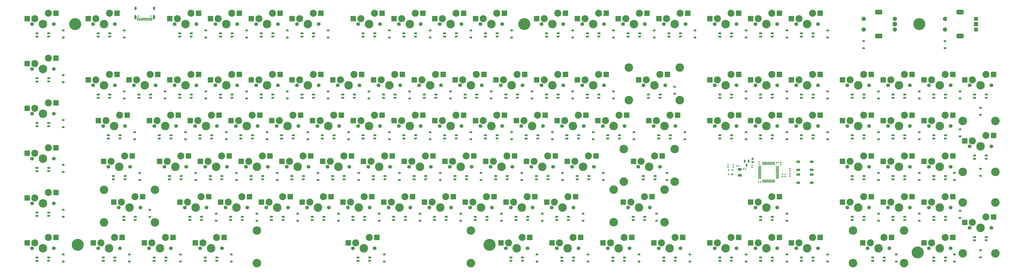
<source format=gbs>
%TF.GenerationSoftware,KiCad,Pcbnew,8.0.2*%
%TF.CreationDate,2024-07-25T18:57:39+02:00*%
%TF.ProjectId,micha_board,6d696368-615f-4626-9f61-72642e6b6963,rev?*%
%TF.SameCoordinates,Original*%
%TF.FileFunction,Soldermask,Bot*%
%TF.FilePolarity,Negative*%
%FSLAX46Y46*%
G04 Gerber Fmt 4.6, Leading zero omitted, Abs format (unit mm)*
G04 Created by KiCad (PCBNEW 8.0.2) date 2024-07-25 18:57:39*
%MOMM*%
%LPD*%
G01*
G04 APERTURE LIST*
G04 Aperture macros list*
%AMRoundRect*
0 Rectangle with rounded corners*
0 $1 Rounding radius*
0 $2 $3 $4 $5 $6 $7 $8 $9 X,Y pos of 4 corners*
0 Add a 4 corners polygon primitive as box body*
4,1,4,$2,$3,$4,$5,$6,$7,$8,$9,$2,$3,0*
0 Add four circle primitives for the rounded corners*
1,1,$1+$1,$2,$3*
1,1,$1+$1,$4,$5*
1,1,$1+$1,$6,$7*
1,1,$1+$1,$8,$9*
0 Add four rect primitives between the rounded corners*
20,1,$1+$1,$2,$3,$4,$5,0*
20,1,$1+$1,$4,$5,$6,$7,0*
20,1,$1+$1,$6,$7,$8,$9,0*
20,1,$1+$1,$8,$9,$2,$3,0*%
%AMFreePoly0*
4,1,18,-0.410000,0.593000,-0.403758,0.624380,-0.385983,0.650983,-0.359380,0.668758,-0.328000,0.675000,0.328000,0.675000,0.359380,0.668758,0.385983,0.650983,0.403758,0.624380,0.410000,0.593000,0.410000,-0.593000,0.403758,-0.624380,0.385983,-0.650983,0.359380,-0.668758,0.328000,-0.675000,0.000000,-0.675000,-0.410000,-0.265000,-0.410000,0.593000,-0.410000,0.593000,$1*%
G04 Aperture macros list end*
%ADD10C,5.600000*%
%ADD11C,2.000000*%
%ADD12RoundRect,0.500000X0.500000X0.500000X-0.500000X0.500000X-0.500000X-0.500000X0.500000X-0.500000X0*%
%ADD13RoundRect,0.550000X1.150000X0.550000X-1.150000X0.550000X-1.150000X-0.550000X1.150000X-0.550000X0*%
%ADD14C,4.000000*%
%ADD15C,3.987800*%
%ADD16RoundRect,0.225000X0.375000X-0.225000X0.375000X0.225000X-0.375000X0.225000X-0.375000X-0.225000X0*%
%ADD17RoundRect,0.082000X0.593000X-0.328000X0.593000X0.328000X-0.593000X0.328000X-0.593000X-0.328000X0*%
%ADD18FreePoly0,90.000000*%
%ADD19C,1.750000*%
%ADD20C,3.300000*%
%ADD21RoundRect,0.250000X1.025000X1.000000X-1.025000X1.000000X-1.025000X-1.000000X1.025000X-1.000000X0*%
%ADD22RoundRect,0.140000X0.140000X0.170000X-0.140000X0.170000X-0.140000X-0.170000X0.140000X-0.170000X0*%
%ADD23RoundRect,0.075000X0.662500X0.075000X-0.662500X0.075000X-0.662500X-0.075000X0.662500X-0.075000X0*%
%ADD24RoundRect,0.075000X0.075000X0.662500X-0.075000X0.662500X-0.075000X-0.662500X0.075000X-0.662500X0*%
%ADD25RoundRect,0.140000X0.170000X-0.140000X0.170000X0.140000X-0.170000X0.140000X-0.170000X-0.140000X0*%
%ADD26R,1.700000X1.000000*%
%ADD27RoundRect,0.175000X0.325000X-0.175000X0.325000X0.175000X-0.325000X0.175000X-0.325000X-0.175000X0*%
%ADD28RoundRect,0.150000X0.150000X-0.200000X0.150000X0.200000X-0.150000X0.200000X-0.150000X-0.200000X0*%
%ADD29RoundRect,0.140000X-0.140000X-0.170000X0.140000X-0.170000X0.140000X0.170000X-0.140000X0.170000X0*%
%ADD30RoundRect,0.150000X-0.150000X0.587500X-0.150000X-0.587500X0.150000X-0.587500X0.150000X0.587500X0*%
%ADD31RoundRect,0.135000X-0.185000X0.135000X-0.185000X-0.135000X0.185000X-0.135000X0.185000X0.135000X0*%
%ADD32RoundRect,0.140000X-0.170000X0.140000X-0.170000X-0.140000X0.170000X-0.140000X0.170000X0.140000X0*%
%ADD33RoundRect,0.250000X0.625000X-0.375000X0.625000X0.375000X-0.625000X0.375000X-0.625000X-0.375000X0*%
%ADD34RoundRect,0.135000X0.185000X-0.135000X0.185000X0.135000X-0.185000X0.135000X-0.185000X-0.135000X0*%
%ADD35C,0.650000*%
%ADD36R,0.600000X1.450000*%
%ADD37R,0.300000X1.450000*%
%ADD38O,1.000000X1.600000*%
%ADD39O,1.000000X2.100000*%
%ADD40RoundRect,0.225000X0.250000X-0.225000X0.250000X0.225000X-0.250000X0.225000X-0.250000X-0.225000X0*%
G04 APERTURE END LIST*
D10*
%TO.C,H6*%
X446881250Y-144859375D03*
%TD*%
%TO.C,H5*%
X246856250Y-141287500D03*
%TD*%
%TO.C,H4*%
X54371875Y-141287500D03*
%TD*%
%TO.C,H3*%
X447675000Y-38100000D03*
%TD*%
%TO.C,H2*%
X263128125Y-38100000D03*
%TD*%
%TO.C,H1*%
X53181250Y-38100000D03*
%TD*%
D11*
%TO.C,SW1*%
X436200000Y-40600000D03*
X436200000Y-35600000D03*
D12*
X436200000Y-38100000D03*
D13*
X428700000Y-43700000D03*
X428700000Y-32500000D03*
D11*
X421700000Y-35600000D03*
X421700000Y-40600000D03*
%TD*%
D14*
%TO.C,S1*%
X238125000Y-149860000D03*
D15*
X238125000Y-134620000D03*
D14*
X138112500Y-149860000D03*
D15*
X138112500Y-134620000D03*
%TD*%
D14*
%TO.C,S4*%
X328612500Y-130730625D03*
D15*
X328612500Y-115490625D03*
D14*
X304800000Y-130730625D03*
D15*
X304800000Y-115490625D03*
%TD*%
D14*
%TO.C,S3*%
X333375000Y-111760000D03*
D15*
X333375000Y-96520000D03*
D14*
X309562500Y-111760000D03*
D15*
X309562500Y-96520000D03*
%TD*%
D14*
%TO.C,S8*%
X335756250Y-73660000D03*
D15*
X335756250Y-58420000D03*
D14*
X311943750Y-73660000D03*
D15*
X311943750Y-58420000D03*
%TD*%
D14*
%TO.C,S2*%
X90487500Y-130810000D03*
D15*
X90487500Y-115570000D03*
D14*
X66675000Y-130810000D03*
D15*
X66675000Y-115570000D03*
%TD*%
D14*
%TO.C,S6*%
X483235000Y-121443750D03*
D15*
X467995000Y-121443750D03*
D14*
X483235000Y-145256250D03*
D15*
X467995000Y-145256250D03*
%TD*%
D14*
%TO.C,S5*%
X440531250Y-149860000D03*
D15*
X440531250Y-134620000D03*
D14*
X416718750Y-149860000D03*
D15*
X416718750Y-134620000D03*
%TD*%
D14*
%TO.C,S7*%
X483235000Y-83343750D03*
D15*
X467995000Y-83343750D03*
D14*
X483235000Y-107156250D03*
D15*
X467995000Y-107156250D03*
%TD*%
D11*
%TO.C,SW2*%
X474200000Y-40600000D03*
X474200000Y-35600000D03*
D12*
X474200000Y-38100000D03*
D13*
X466700000Y-43700000D03*
X466700000Y-32500000D03*
D11*
X459700000Y-35600000D03*
X459700000Y-40600000D03*
%TD*%
D16*
%TO.C,D73*%
X280962500Y-110975000D03*
X280962500Y-107675000D03*
%TD*%
D17*
%TO.C,LED66*%
X135387500Y-109105000D03*
X135387500Y-110605000D03*
X140837500Y-109105000D03*
D18*
X140837500Y-110605000D03*
%TD*%
D16*
%TO.C,D106*%
X366687500Y-149075000D03*
X366687500Y-145775000D03*
%TD*%
%TO.C,D61*%
X476300000Y-109050000D03*
X476300000Y-105750000D03*
%TD*%
%TO.C,D80*%
X88081250Y-128253125D03*
X88081250Y-124953125D03*
%TD*%
D17*
%TO.C,LED34*%
X373512500Y-71005000D03*
X373512500Y-72505000D03*
X378962500Y-71005000D03*
D18*
X378962500Y-72505000D03*
%TD*%
D17*
%TO.C,LED18*%
X35375000Y-63385000D03*
X35375000Y-64885000D03*
X40825000Y-63385000D03*
D18*
X40825000Y-64885000D03*
%TD*%
D16*
%TO.C,D99*%
X102368750Y-149075000D03*
X102368750Y-145775000D03*
%TD*%
D19*
%TO.C,MX1*%
X43180000Y-38100000D03*
D15*
X38100000Y-38100000D03*
D19*
X33020000Y-38100000D03*
D20*
X34290000Y-35560000D03*
D21*
X30740000Y-35560000D03*
X44190000Y-33020000D03*
D20*
X40640000Y-33020000D03*
%TD*%
D17*
%TO.C,LED68*%
X173487500Y-109105000D03*
X173487500Y-110605000D03*
X178937500Y-109105000D03*
D18*
X178937500Y-110605000D03*
%TD*%
D19*
%TO.C,MX16*%
X381317500Y-38100000D03*
D15*
X376237500Y-38100000D03*
D19*
X371157500Y-38100000D03*
D20*
X372427500Y-35560000D03*
D21*
X368877500Y-35560000D03*
X382327500Y-33020000D03*
D20*
X378777500Y-33020000D03*
%TD*%
D16*
%TO.C,D51*%
X276200000Y-91925000D03*
X276200000Y-88625000D03*
%TD*%
D19*
%TO.C,MX66*%
X143192500Y-104775000D03*
D15*
X138112500Y-104775000D03*
D19*
X133032500Y-104775000D03*
D20*
X134302500Y-102235000D03*
D21*
X130752500Y-102235000D03*
X144202500Y-99695000D03*
D20*
X140652500Y-99695000D03*
%TD*%
D16*
%TO.C,D41*%
X80937500Y-91925000D03*
X80937500Y-88625000D03*
%TD*%
D17*
%TO.C,LED77*%
X435425000Y-109105000D03*
X435425000Y-110605000D03*
X440875000Y-109105000D03*
D18*
X440875000Y-110605000D03*
%TD*%
D16*
%TO.C,D24*%
X171425000Y-72875000D03*
X171425000Y-69575000D03*
%TD*%
D17*
%TO.C,LED33*%
X354462500Y-71005000D03*
X354462500Y-72505000D03*
X359912500Y-71005000D03*
D18*
X359912500Y-72505000D03*
%TD*%
D22*
%TO.C,C4*%
X373473750Y-111850000D03*
X372513750Y-111850000D03*
%TD*%
D23*
%TO.C,U1*%
X381406250Y-104600000D03*
X381406250Y-105100000D03*
X381406250Y-105600000D03*
X381406250Y-106100000D03*
X381406250Y-106600000D03*
X381406250Y-107100000D03*
X381406250Y-107600000D03*
X381406250Y-108100000D03*
X381406250Y-108600000D03*
X381406250Y-109100000D03*
X381406250Y-109600000D03*
X381406250Y-110100000D03*
D24*
X379993750Y-111512500D03*
X379493750Y-111512500D03*
X378993750Y-111512500D03*
X378493750Y-111512500D03*
X377993750Y-111512500D03*
X377493750Y-111512500D03*
X376993750Y-111512500D03*
X376493750Y-111512500D03*
X375993750Y-111512500D03*
X375493750Y-111512500D03*
X374993750Y-111512500D03*
X374493750Y-111512500D03*
D23*
X373081250Y-110100000D03*
X373081250Y-109600000D03*
X373081250Y-109100000D03*
X373081250Y-108600000D03*
X373081250Y-108100000D03*
X373081250Y-107600000D03*
X373081250Y-107100000D03*
X373081250Y-106600000D03*
X373081250Y-106100000D03*
X373081250Y-105600000D03*
X373081250Y-105100000D03*
X373081250Y-104600000D03*
D24*
X374493750Y-103187500D03*
X374993750Y-103187500D03*
X375493750Y-103187500D03*
X375993750Y-103187500D03*
X376493750Y-103187500D03*
X376993750Y-103187500D03*
X377493750Y-103187500D03*
X377993750Y-103187500D03*
X378493750Y-103187500D03*
X378993750Y-103187500D03*
X379493750Y-103187500D03*
X379993750Y-103187500D03*
%TD*%
D16*
%TO.C,D39*%
X476300000Y-80475000D03*
X476300000Y-77175000D03*
%TD*%
D19*
%TO.C,MX51*%
X271780000Y-85725000D03*
D15*
X266700000Y-85725000D03*
D19*
X261620000Y-85725000D03*
D20*
X262890000Y-83185000D03*
D21*
X259340000Y-83185000D03*
X272790000Y-80645000D03*
D20*
X269240000Y-80645000D03*
%TD*%
D19*
%TO.C,MX99*%
X97948750Y-142875000D03*
D15*
X92868750Y-142875000D03*
D19*
X87788750Y-142875000D03*
D20*
X89058750Y-140335000D03*
D21*
X85508750Y-140335000D03*
X98958750Y-137795000D03*
D20*
X95408750Y-137795000D03*
%TD*%
D19*
%TO.C,MX46*%
X176530000Y-85725000D03*
D15*
X171450000Y-85725000D03*
D19*
X166370000Y-85725000D03*
D20*
X167640000Y-83185000D03*
D21*
X164090000Y-83185000D03*
X177540000Y-80645000D03*
D20*
X173990000Y-80645000D03*
%TD*%
D16*
%TO.C,D102*%
X269056250Y-149075000D03*
X269056250Y-145775000D03*
%TD*%
%TO.C,D40*%
X47600000Y-86210000D03*
X47600000Y-82910000D03*
%TD*%
D17*
%TO.C,LED29*%
X254450000Y-71005000D03*
X254450000Y-72505000D03*
X259900000Y-71005000D03*
D18*
X259900000Y-72505000D03*
%TD*%
D16*
%TO.C,D81*%
X119037500Y-130025000D03*
X119037500Y-126725000D03*
%TD*%
D19*
%TO.C,MX109*%
X433705000Y-142875000D03*
D15*
X428625000Y-142875000D03*
D19*
X423545000Y-142875000D03*
D20*
X424815000Y-140335000D03*
D21*
X421265000Y-140335000D03*
X434715000Y-137795000D03*
D20*
X431165000Y-137795000D03*
%TD*%
D19*
%TO.C,MX104*%
X312261250Y-142875000D03*
D15*
X307181250Y-142875000D03*
D19*
X302101250Y-142875000D03*
D20*
X303371250Y-140335000D03*
D21*
X299821250Y-140335000D03*
X313271250Y-137795000D03*
D20*
X309721250Y-137795000D03*
%TD*%
D17*
%TO.C,LED27*%
X216350000Y-71005000D03*
X216350000Y-72505000D03*
X221800000Y-71005000D03*
D18*
X221800000Y-72505000D03*
%TD*%
D19*
%TO.C,MX101*%
X193198750Y-142875000D03*
D15*
X188118750Y-142875000D03*
D19*
X183038750Y-142875000D03*
D20*
X184308750Y-140335000D03*
D21*
X180758750Y-140335000D03*
X194208750Y-137795000D03*
D20*
X190658750Y-137795000D03*
%TD*%
D17*
%TO.C,LED17*%
X392562500Y-42430000D03*
X392562500Y-43930000D03*
X398012500Y-42430000D03*
D18*
X398012500Y-43930000D03*
%TD*%
D16*
%TO.C,D52*%
X295250000Y-91925000D03*
X295250000Y-88625000D03*
%TD*%
D19*
%TO.C,MX31*%
X300355000Y-66675000D03*
D15*
X295275000Y-66675000D03*
D19*
X290195000Y-66675000D03*
D20*
X291465000Y-64135000D03*
D21*
X287915000Y-64135000D03*
X301365000Y-61595000D03*
D20*
X297815000Y-61595000D03*
%TD*%
D16*
%TO.C,D58*%
X428600000Y-91925000D03*
X428600000Y-88625000D03*
%TD*%
D19*
%TO.C,MX103*%
X288448750Y-142875000D03*
D15*
X283368750Y-142875000D03*
D19*
X278288750Y-142875000D03*
D20*
X279558750Y-140335000D03*
D21*
X276008750Y-140335000D03*
X289458750Y-137795000D03*
D20*
X285908750Y-137795000D03*
%TD*%
D17*
%TO.C,LED30*%
X273500000Y-71005000D03*
X273500000Y-72505000D03*
X278950000Y-71005000D03*
D18*
X278950000Y-72505000D03*
%TD*%
D19*
%TO.C,MX98*%
X74136250Y-142875000D03*
D15*
X69056250Y-142875000D03*
D19*
X63976250Y-142875000D03*
D20*
X65246250Y-140335000D03*
D21*
X61696250Y-140335000D03*
X75146250Y-137795000D03*
D20*
X71596250Y-137795000D03*
%TD*%
D19*
%TO.C,MX61*%
X481330000Y-95250000D03*
D15*
X476250000Y-95250000D03*
D19*
X471170000Y-95250000D03*
D20*
X472440000Y-92710000D03*
D21*
X468890000Y-92710000D03*
X482340000Y-90170000D03*
D20*
X478790000Y-90170000D03*
%TD*%
D19*
%TO.C,MX12*%
X300355000Y-38100000D03*
D15*
X295275000Y-38100000D03*
D19*
X290195000Y-38100000D03*
D20*
X291465000Y-35560000D03*
D21*
X287915000Y-35560000D03*
X301365000Y-33020000D03*
D20*
X297815000Y-33020000D03*
%TD*%
D19*
%TO.C,MX100*%
X121761250Y-142875000D03*
D15*
X116681250Y-142875000D03*
D19*
X111601250Y-142875000D03*
D20*
X112871250Y-140335000D03*
D21*
X109321250Y-140335000D03*
X122771250Y-137795000D03*
D20*
X119221250Y-137795000D03*
%TD*%
D19*
%TO.C,MX40*%
X43180000Y-80010000D03*
D15*
X38100000Y-80010000D03*
D19*
X33020000Y-80010000D03*
D20*
X34290000Y-77470000D03*
D21*
X30740000Y-77470000D03*
X44190000Y-74930000D03*
D20*
X40640000Y-74930000D03*
%TD*%
D16*
%TO.C,D94*%
X447650000Y-130025000D03*
X447650000Y-126725000D03*
%TD*%
D25*
%TO.C,C3*%
X372743750Y-103580000D03*
X372743750Y-102620000D03*
%TD*%
D17*
%TO.C,LED38*%
X454475000Y-71005000D03*
X454475000Y-72505000D03*
X459925000Y-71005000D03*
D18*
X459925000Y-72505000D03*
%TD*%
D19*
%TO.C,MX50*%
X252730000Y-85725000D03*
D15*
X247650000Y-85725000D03*
D19*
X242570000Y-85725000D03*
D20*
X243840000Y-83185000D03*
D21*
X240290000Y-83185000D03*
X253740000Y-80645000D03*
D20*
X250190000Y-80645000D03*
%TD*%
D19*
%TO.C,MX106*%
X362267500Y-142875000D03*
D15*
X357187500Y-142875000D03*
D19*
X352107500Y-142875000D03*
D20*
X353377500Y-140335000D03*
D21*
X349827500Y-140335000D03*
X363277500Y-137795000D03*
D20*
X359727500Y-137795000D03*
%TD*%
D16*
%TO.C,D54*%
X338112500Y-91925000D03*
X338112500Y-88625000D03*
%TD*%
%TO.C,D57*%
X404787500Y-91925000D03*
X404787500Y-88625000D03*
%TD*%
%TO.C,D28*%
X247625000Y-72875000D03*
X247625000Y-69575000D03*
%TD*%
%TO.C,D93*%
X428600000Y-130025000D03*
X428600000Y-126725000D03*
%TD*%
%TO.C,D66*%
X147612500Y-110975000D03*
X147612500Y-107675000D03*
%TD*%
D19*
%TO.C,MX87*%
X228917500Y-123825000D03*
D15*
X223837500Y-123825000D03*
D19*
X218757500Y-123825000D03*
D20*
X220027500Y-121285000D03*
D21*
X216477500Y-121285000D03*
X229927500Y-118745000D03*
D20*
X226377500Y-118745000D03*
%TD*%
D17*
%TO.C,LED2*%
X63950000Y-42430000D03*
X63950000Y-43930000D03*
X69400000Y-42430000D03*
D18*
X69400000Y-43930000D03*
%TD*%
D19*
%TO.C,MX71*%
X238442500Y-104775000D03*
D15*
X233362500Y-104775000D03*
D19*
X228282500Y-104775000D03*
D20*
X229552500Y-102235000D03*
D21*
X226002500Y-102235000D03*
X239452500Y-99695000D03*
D20*
X235902500Y-99695000D03*
%TD*%
D16*
%TO.C,D16*%
X385737500Y-44300000D03*
X385737500Y-41000000D03*
%TD*%
D19*
%TO.C,MX39*%
X481330000Y-66675000D03*
D15*
X476250000Y-66675000D03*
D19*
X471170000Y-66675000D03*
D20*
X472440000Y-64135000D03*
D21*
X468890000Y-64135000D03*
X482340000Y-61595000D03*
D20*
X478790000Y-61595000D03*
%TD*%
D16*
%TO.C,D60*%
X466725000Y-90550000D03*
X466725000Y-87250000D03*
%TD*%
D26*
%TO.C,BOOT1*%
X391093750Y-106250000D03*
X397393750Y-106250000D03*
X391093750Y-102450000D03*
X397393750Y-102450000D03*
%TD*%
D17*
%TO.C,LED67*%
X154437500Y-109105000D03*
X154437500Y-110605000D03*
X159887500Y-109105000D03*
D18*
X159887500Y-110605000D03*
%TD*%
D17*
%TO.C,LED43*%
X111575000Y-90055000D03*
X111575000Y-91555000D03*
X117025000Y-90055000D03*
D18*
X117025000Y-91555000D03*
%TD*%
D16*
%TO.C,D5*%
X152375000Y-44300000D03*
X152375000Y-41000000D03*
%TD*%
D19*
%TO.C,MX4*%
X128905000Y-38100000D03*
D15*
X123825000Y-38100000D03*
D19*
X118745000Y-38100000D03*
D20*
X120015000Y-35560000D03*
D21*
X116465000Y-35560000D03*
X129915000Y-33020000D03*
D20*
X126365000Y-33020000D03*
%TD*%
D17*
%TO.C,LED44*%
X130625000Y-90055000D03*
X130625000Y-91555000D03*
X136075000Y-90055000D03*
D18*
X136075000Y-91555000D03*
%TD*%
D19*
%TO.C,MX108*%
X400367500Y-142875000D03*
D15*
X395287500Y-142875000D03*
D19*
X390207500Y-142875000D03*
D20*
X391477500Y-140335000D03*
D21*
X387927500Y-140335000D03*
X401377500Y-137795000D03*
D20*
X397827500Y-137795000D03*
%TD*%
D16*
%TO.C,D21*%
X114275000Y-72875000D03*
X114275000Y-69575000D03*
%TD*%
D17*
%TO.C,LED110*%
X454475000Y-147205000D03*
X454475000Y-148705000D03*
X459925000Y-147205000D03*
D18*
X459925000Y-148705000D03*
%TD*%
D16*
%TO.C,D29*%
X266675000Y-72875000D03*
X266675000Y-69575000D03*
%TD*%
%TO.C,D36*%
X428600000Y-72875000D03*
X428600000Y-69575000D03*
%TD*%
D17*
%TO.C,LED28*%
X235400000Y-71005000D03*
X235400000Y-72505000D03*
X240850000Y-71005000D03*
D18*
X240850000Y-72505000D03*
%TD*%
D19*
%TO.C,MX11*%
X281305000Y-38100000D03*
D15*
X276225000Y-38100000D03*
D19*
X271145000Y-38100000D03*
D20*
X272415000Y-35560000D03*
D21*
X268865000Y-35560000D03*
X282315000Y-33020000D03*
D20*
X278765000Y-33020000D03*
%TD*%
D17*
%TO.C,LED20*%
X83000000Y-71005000D03*
X83000000Y-72505000D03*
X88450000Y-71005000D03*
D18*
X88450000Y-72505000D03*
%TD*%
D17*
%TO.C,LED31*%
X292550000Y-71005000D03*
X292550000Y-72505000D03*
X298000000Y-71005000D03*
D18*
X298000000Y-72505000D03*
%TD*%
D27*
%TO.C,U2*%
X360243750Y-108350000D03*
D28*
X358543750Y-108350000D03*
X358543750Y-106350000D03*
X360443750Y-106350000D03*
%TD*%
D29*
%TO.C,C5*%
X381013750Y-102850000D03*
X381973750Y-102850000D03*
%TD*%
D17*
%TO.C,LED3*%
X102050000Y-42430000D03*
X102050000Y-43930000D03*
X107500000Y-42430000D03*
D18*
X107500000Y-43930000D03*
%TD*%
D19*
%TO.C,MX21*%
X109855000Y-66675000D03*
D15*
X104775000Y-66675000D03*
D19*
X99695000Y-66675000D03*
D20*
X100965000Y-64135000D03*
D21*
X97415000Y-64135000D03*
X110865000Y-61595000D03*
D20*
X107315000Y-61595000D03*
%TD*%
D17*
%TO.C,LED96*%
X473525000Y-137680000D03*
X473525000Y-139180000D03*
X478975000Y-137680000D03*
D18*
X478975000Y-139180000D03*
%TD*%
D19*
%TO.C,MX75*%
X326548750Y-104775000D03*
D15*
X321468750Y-104775000D03*
D19*
X316388750Y-104775000D03*
D20*
X317658750Y-102235000D03*
D21*
X314108750Y-102235000D03*
X327558750Y-99695000D03*
D20*
X324008750Y-99695000D03*
%TD*%
D17*
%TO.C,LED5*%
X140150000Y-42430000D03*
X140150000Y-43930000D03*
X145600000Y-42430000D03*
D18*
X145600000Y-43930000D03*
%TD*%
D17*
%TO.C,LED58*%
X416375000Y-90055000D03*
X416375000Y-91555000D03*
X421825000Y-90055000D03*
D18*
X421825000Y-91555000D03*
%TD*%
D16*
%TO.C,D33*%
X366687500Y-72875000D03*
X366687500Y-69575000D03*
%TD*%
D17*
%TO.C,LED99*%
X90143750Y-147205000D03*
X90143750Y-148705000D03*
X95593750Y-147205000D03*
D18*
X95593750Y-148705000D03*
%TD*%
D19*
%TO.C,MX7*%
X195580000Y-38100000D03*
D15*
X190500000Y-38100000D03*
D19*
X185420000Y-38100000D03*
D20*
X186690000Y-35560000D03*
D21*
X183140000Y-35560000D03*
X196590000Y-33020000D03*
D20*
X193040000Y-33020000D03*
%TD*%
D16*
%TO.C,D69*%
X204762500Y-110975000D03*
X204762500Y-107675000D03*
%TD*%
D19*
%TO.C,MX35*%
X400367500Y-66675000D03*
D15*
X395287500Y-66675000D03*
D19*
X390207500Y-66675000D03*
D20*
X391477500Y-64135000D03*
D21*
X387927500Y-64135000D03*
X401377500Y-61595000D03*
D20*
X397827500Y-61595000D03*
%TD*%
D16*
%TO.C,D98*%
X78556250Y-149075000D03*
X78556250Y-145775000D03*
%TD*%
%TO.C,D42*%
X104750000Y-91925000D03*
X104750000Y-88625000D03*
%TD*%
D19*
%TO.C,MX82*%
X133667500Y-123825000D03*
D15*
X128587500Y-123825000D03*
D19*
X123507500Y-123825000D03*
D20*
X124777500Y-121285000D03*
D21*
X121227500Y-121285000D03*
X134677500Y-118745000D03*
D20*
X131127500Y-118745000D03*
%TD*%
D19*
%TO.C,MX53*%
X309880000Y-85725000D03*
D15*
X304800000Y-85725000D03*
D19*
X299720000Y-85725000D03*
D20*
X300990000Y-83185000D03*
D21*
X297440000Y-83185000D03*
X310890000Y-80645000D03*
D20*
X307340000Y-80645000D03*
%TD*%
D17*
%TO.C,LED59*%
X435425000Y-90055000D03*
X435425000Y-91555000D03*
X440875000Y-90055000D03*
D18*
X440875000Y-91555000D03*
%TD*%
D17*
%TO.C,LED32*%
X321125000Y-71005000D03*
X321125000Y-72505000D03*
X326575000Y-71005000D03*
D18*
X326575000Y-72505000D03*
%TD*%
D16*
%TO.C,D4*%
X133325000Y-44300000D03*
X133325000Y-41000000D03*
%TD*%
D17*
%TO.C,LED107*%
X373512500Y-147205000D03*
X373512500Y-148705000D03*
X378962500Y-147205000D03*
D18*
X378962500Y-148705000D03*
%TD*%
D17*
%TO.C,LED91*%
X313981250Y-128155000D03*
X313981250Y-129655000D03*
X319431250Y-128155000D03*
D18*
X319431250Y-129655000D03*
%TD*%
D19*
%TO.C,MX81*%
X114617500Y-123825000D03*
D15*
X109537500Y-123825000D03*
D19*
X104457500Y-123825000D03*
D20*
X105727500Y-121285000D03*
D21*
X102177500Y-121285000D03*
X115627500Y-118745000D03*
D20*
X112077500Y-118745000D03*
%TD*%
D16*
%TO.C,D79*%
X47600000Y-128120000D03*
X47600000Y-124820000D03*
%TD*%
D17*
%TO.C,LED24*%
X159200000Y-71005000D03*
X159200000Y-72505000D03*
X164650000Y-71005000D03*
D18*
X164650000Y-72505000D03*
%TD*%
D19*
%TO.C,MX17*%
X400367500Y-38100000D03*
D15*
X395287500Y-38100000D03*
D19*
X390207500Y-38100000D03*
D20*
X391477500Y-35560000D03*
D21*
X387927500Y-35560000D03*
X401377500Y-33020000D03*
D20*
X397827500Y-33020000D03*
%TD*%
D19*
%TO.C,MX23*%
X147955000Y-66675000D03*
D15*
X142875000Y-66675000D03*
D19*
X137795000Y-66675000D03*
D20*
X139065000Y-64135000D03*
D21*
X135515000Y-64135000D03*
X148965000Y-61595000D03*
D20*
X145415000Y-61595000D03*
%TD*%
D19*
%TO.C,MX59*%
X443230000Y-85725000D03*
D15*
X438150000Y-85725000D03*
D19*
X433070000Y-85725000D03*
D20*
X434340000Y-83185000D03*
D21*
X430790000Y-83185000D03*
X444240000Y-80645000D03*
D20*
X440690000Y-80645000D03*
%TD*%
D16*
%TO.C,D3*%
X114275000Y-44300000D03*
X114275000Y-41000000D03*
%TD*%
D17*
%TO.C,LED82*%
X125862500Y-128155000D03*
X125862500Y-129655000D03*
X131312500Y-128155000D03*
D18*
X131312500Y-129655000D03*
%TD*%
D16*
%TO.C,D78*%
X464100000Y-110975000D03*
X464100000Y-107675000D03*
%TD*%
%TO.C,D15*%
X366687500Y-44300000D03*
X366687500Y-41000000D03*
%TD*%
D17*
%TO.C,LED56*%
X373512500Y-90055000D03*
X373512500Y-91555000D03*
X378962500Y-90055000D03*
D18*
X378962500Y-91555000D03*
%TD*%
D16*
%TO.C,D32*%
X333375000Y-70706250D03*
X333375000Y-67406250D03*
%TD*%
%TO.C,D46*%
X180950000Y-91925000D03*
X180950000Y-88625000D03*
%TD*%
%TO.C,D20*%
X95225000Y-72875000D03*
X95225000Y-69575000D03*
%TD*%
%TO.C,D48*%
X219050000Y-91925000D03*
X219050000Y-88625000D03*
%TD*%
%TO.C,D105*%
X340493750Y-149075000D03*
X340493750Y-145775000D03*
%TD*%
%TO.C,D23*%
X152375000Y-72875000D03*
X152375000Y-69575000D03*
%TD*%
D19*
%TO.C,MX62*%
X43180000Y-100965000D03*
D15*
X38100000Y-100965000D03*
D19*
X33020000Y-100965000D03*
D20*
X34290000Y-98425000D03*
D21*
X30740000Y-98425000D03*
X44190000Y-95885000D03*
D20*
X40640000Y-95885000D03*
%TD*%
D19*
%TO.C,MX30*%
X281305000Y-66675000D03*
D15*
X276225000Y-66675000D03*
D19*
X271145000Y-66675000D03*
D20*
X272415000Y-64135000D03*
D21*
X268865000Y-64135000D03*
X282315000Y-61595000D03*
D20*
X278765000Y-61595000D03*
%TD*%
D19*
%TO.C,MX80*%
X83661250Y-123825000D03*
D15*
X78581250Y-123825000D03*
D19*
X73501250Y-123825000D03*
D20*
X74771250Y-121285000D03*
D21*
X71221250Y-121285000D03*
X84671250Y-118745000D03*
D20*
X81121250Y-118745000D03*
%TD*%
D17*
%TO.C,LED97*%
X35375000Y-147205000D03*
X35375000Y-148705000D03*
X40825000Y-147205000D03*
D18*
X40825000Y-148705000D03*
%TD*%
D19*
%TO.C,MX26*%
X205105000Y-66675000D03*
D15*
X200025000Y-66675000D03*
D19*
X194945000Y-66675000D03*
D20*
X196215000Y-64135000D03*
D21*
X192665000Y-64135000D03*
X206115000Y-61595000D03*
D20*
X202565000Y-61595000D03*
%TD*%
D26*
%TO.C,RST1*%
X397393750Y-108450000D03*
X391093750Y-108450000D03*
X397393750Y-112250000D03*
X391093750Y-112250000D03*
%TD*%
D16*
%TO.C,D50*%
X257150000Y-91925000D03*
X257150000Y-88625000D03*
%TD*%
%TO.C,D95*%
X466700000Y-128650000D03*
X466700000Y-125350000D03*
%TD*%
D17*
%TO.C,LED76*%
X416375000Y-109105000D03*
X416375000Y-110605000D03*
X421825000Y-109105000D03*
D18*
X421825000Y-110605000D03*
%TD*%
D17*
%TO.C,LED102*%
X256831250Y-147205000D03*
X256831250Y-148705000D03*
X262281250Y-147205000D03*
D18*
X262281250Y-148705000D03*
%TD*%
D19*
%TO.C,MX79*%
X43180000Y-121920000D03*
D15*
X38100000Y-121920000D03*
D19*
X33020000Y-121920000D03*
D20*
X34290000Y-119380000D03*
D21*
X30740000Y-119380000D03*
X44190000Y-116840000D03*
D20*
X40640000Y-116840000D03*
%TD*%
D16*
%TO.C,D7*%
X200000000Y-44300000D03*
X200000000Y-41000000D03*
%TD*%
D19*
%TO.C,MX13*%
X319405000Y-38100000D03*
D15*
X314325000Y-38100000D03*
D19*
X309245000Y-38100000D03*
D20*
X310515000Y-35560000D03*
D21*
X306965000Y-35560000D03*
X320415000Y-33020000D03*
D20*
X316865000Y-33020000D03*
%TD*%
D17*
%TO.C,LED25*%
X178250000Y-71005000D03*
X178250000Y-72505000D03*
X183700000Y-71005000D03*
D18*
X183700000Y-72505000D03*
%TD*%
D16*
%TO.C,D25*%
X190475000Y-72875000D03*
X190475000Y-69575000D03*
%TD*%
D17*
%TO.C,LED109*%
X425900000Y-147205000D03*
X425900000Y-148705000D03*
X431350000Y-147205000D03*
D18*
X431350000Y-148705000D03*
%TD*%
D19*
%TO.C,MX56*%
X381317500Y-85725000D03*
D15*
X376237500Y-85725000D03*
D19*
X371157500Y-85725000D03*
D20*
X372427500Y-83185000D03*
D21*
X368877500Y-83185000D03*
X382327500Y-80645000D03*
D20*
X378777500Y-80645000D03*
%TD*%
D16*
%TO.C,D35*%
X404787500Y-72875000D03*
X404787500Y-69575000D03*
%TD*%
D19*
%TO.C,MX63*%
X78898750Y-104775000D03*
D15*
X73818750Y-104775000D03*
D19*
X68738750Y-104775000D03*
D20*
X70008750Y-102235000D03*
D21*
X66458750Y-102235000D03*
X79908750Y-99695000D03*
D20*
X76358750Y-99695000D03*
%TD*%
D19*
%TO.C,MX36*%
X424180000Y-66675000D03*
D15*
X419100000Y-66675000D03*
D19*
X414020000Y-66675000D03*
D20*
X415290000Y-64135000D03*
D21*
X411740000Y-64135000D03*
X425190000Y-61595000D03*
D20*
X421640000Y-61595000D03*
%TD*%
D16*
%TO.C,D62*%
X47600000Y-107165000D03*
X47600000Y-103865000D03*
%TD*%
D17*
%TO.C,LED37*%
X435425000Y-71005000D03*
X435425000Y-72505000D03*
X440875000Y-71005000D03*
D18*
X440875000Y-72505000D03*
%TD*%
D17*
%TO.C,LED103*%
X280643750Y-147205000D03*
X280643750Y-148705000D03*
X286093750Y-147205000D03*
D18*
X286093750Y-148705000D03*
%TD*%
D17*
%TO.C,LED71*%
X230637500Y-109105000D03*
X230637500Y-110605000D03*
X236087500Y-109105000D03*
D18*
X236087500Y-110605000D03*
%TD*%
D16*
%TO.C,D2*%
X76175000Y-44300000D03*
X76175000Y-41000000D03*
%TD*%
%TO.C,D88*%
X252387500Y-130025000D03*
X252387500Y-126725000D03*
%TD*%
%TO.C,D38*%
X466700000Y-72875000D03*
X466700000Y-69575000D03*
%TD*%
D17*
%TO.C,LED6*%
X159200000Y-42430000D03*
X159200000Y-43930000D03*
X164650000Y-42430000D03*
D18*
X164650000Y-43930000D03*
%TD*%
D16*
%TO.C,D72*%
X261912500Y-110975000D03*
X261912500Y-107675000D03*
%TD*%
D19*
%TO.C,MX45*%
X157480000Y-85725000D03*
D15*
X152400000Y-85725000D03*
D19*
X147320000Y-85725000D03*
D20*
X148590000Y-83185000D03*
D21*
X145040000Y-83185000D03*
X158490000Y-80645000D03*
D20*
X154940000Y-80645000D03*
%TD*%
D17*
%TO.C,LED40*%
X35375000Y-84340000D03*
X35375000Y-85840000D03*
X40825000Y-84340000D03*
D18*
X40825000Y-85840000D03*
%TD*%
D19*
%TO.C,MX102*%
X264636250Y-142875000D03*
D15*
X259556250Y-142875000D03*
D19*
X254476250Y-142875000D03*
D20*
X255746250Y-140335000D03*
D21*
X252196250Y-140335000D03*
X265646250Y-137795000D03*
D20*
X262096250Y-137795000D03*
%TD*%
D16*
%TO.C,D100*%
X126181250Y-149075000D03*
X126181250Y-145775000D03*
%TD*%
D17*
%TO.C,LED16*%
X373512500Y-42430000D03*
X373512500Y-43930000D03*
X378962500Y-42430000D03*
D18*
X378962500Y-43930000D03*
%TD*%
D19*
%TO.C,MX38*%
X462280000Y-66675000D03*
D15*
X457200000Y-66675000D03*
D19*
X452120000Y-66675000D03*
D20*
X453390000Y-64135000D03*
D21*
X449840000Y-64135000D03*
X463290000Y-61595000D03*
D20*
X459740000Y-61595000D03*
%TD*%
D17*
%TO.C,LED50*%
X244925000Y-90055000D03*
X244925000Y-91555000D03*
X250375000Y-90055000D03*
D18*
X250375000Y-91555000D03*
%TD*%
D19*
%TO.C,MX58*%
X424180000Y-85725000D03*
D15*
X419100000Y-85725000D03*
D19*
X414020000Y-85725000D03*
D20*
X415290000Y-83185000D03*
D21*
X411740000Y-83185000D03*
X425190000Y-80645000D03*
D20*
X421640000Y-80645000D03*
%TD*%
D19*
%TO.C,MX83*%
X152717500Y-123825000D03*
D15*
X147637500Y-123825000D03*
D19*
X142557500Y-123825000D03*
D20*
X143827500Y-121285000D03*
D21*
X140277500Y-121285000D03*
X153727500Y-118745000D03*
D20*
X150177500Y-118745000D03*
%TD*%
D16*
%TO.C,D90*%
X290487500Y-130025000D03*
X290487500Y-126725000D03*
%TD*%
D19*
%TO.C,MX76*%
X424180000Y-104775000D03*
D15*
X419100000Y-104775000D03*
D19*
X414020000Y-104775000D03*
D20*
X415290000Y-102235000D03*
D21*
X411740000Y-102235000D03*
X425190000Y-99695000D03*
D20*
X421640000Y-99695000D03*
%TD*%
D17*
%TO.C,LED92*%
X373512500Y-128155000D03*
X373512500Y-129655000D03*
X378962500Y-128155000D03*
D18*
X378962500Y-129655000D03*
%TD*%
D17*
%TO.C,LED13*%
X311600000Y-42430000D03*
X311600000Y-43930000D03*
X317050000Y-42430000D03*
D18*
X317050000Y-43930000D03*
%TD*%
D19*
%TO.C,MX69*%
X200342500Y-104775000D03*
D15*
X195262500Y-104775000D03*
D19*
X190182500Y-104775000D03*
D20*
X191452500Y-102235000D03*
D21*
X187902500Y-102235000D03*
X201352500Y-99695000D03*
D20*
X197802500Y-99695000D03*
%TD*%
D19*
%TO.C,MX43*%
X119380000Y-85725000D03*
D15*
X114300000Y-85725000D03*
D19*
X109220000Y-85725000D03*
D20*
X110490000Y-83185000D03*
D21*
X106940000Y-83185000D03*
X120390000Y-80645000D03*
D20*
X116840000Y-80645000D03*
%TD*%
D16*
%TO.C,D44*%
X142850000Y-91925000D03*
X142850000Y-88625000D03*
%TD*%
D17*
%TO.C,LED79*%
X35375000Y-126250000D03*
X35375000Y-127750000D03*
X40825000Y-126250000D03*
D18*
X40825000Y-127750000D03*
%TD*%
D17*
%TO.C,LED73*%
X268737500Y-109105000D03*
X268737500Y-110605000D03*
X274187500Y-109105000D03*
D18*
X274187500Y-110605000D03*
%TD*%
D16*
%TO.C,D37*%
X447650000Y-72875000D03*
X447650000Y-69575000D03*
%TD*%
D17*
%TO.C,LED105*%
X328268750Y-147205000D03*
X328268750Y-148705000D03*
X333718750Y-147205000D03*
D18*
X333718750Y-148705000D03*
%TD*%
D19*
%TO.C,MX24*%
X167005000Y-66675000D03*
D15*
X161925000Y-66675000D03*
D19*
X156845000Y-66675000D03*
D20*
X158115000Y-64135000D03*
D21*
X154565000Y-64135000D03*
X168015000Y-61595000D03*
D20*
X164465000Y-61595000D03*
%TD*%
D17*
%TO.C,LED62*%
X35375000Y-105295000D03*
X35375000Y-106795000D03*
X40825000Y-105295000D03*
D18*
X40825000Y-106795000D03*
%TD*%
D19*
%TO.C,MX34*%
X381317500Y-66675000D03*
D15*
X376237500Y-66675000D03*
D19*
X371157500Y-66675000D03*
D20*
X372427500Y-64135000D03*
D21*
X368877500Y-64135000D03*
X382327500Y-61595000D03*
D20*
X378777500Y-61595000D03*
%TD*%
D17*
%TO.C,LED26*%
X197300000Y-71005000D03*
X197300000Y-72505000D03*
X202750000Y-71005000D03*
D18*
X202750000Y-72505000D03*
%TD*%
D16*
%TO.C,D12*%
X304775000Y-44300000D03*
X304775000Y-41000000D03*
%TD*%
D17*
%TO.C,LED48*%
X206825000Y-90055000D03*
X206825000Y-91555000D03*
X212275000Y-90055000D03*
D18*
X212275000Y-91555000D03*
%TD*%
D19*
%TO.C,MX91*%
X321786250Y-123825000D03*
D15*
X316706250Y-123825000D03*
D19*
X311626250Y-123825000D03*
D20*
X312896250Y-121285000D03*
D21*
X309346250Y-121285000D03*
X322796250Y-118745000D03*
D20*
X319246250Y-118745000D03*
%TD*%
D17*
%TO.C,LED72*%
X249687500Y-109105000D03*
X249687500Y-110605000D03*
X255137500Y-109105000D03*
D18*
X255137500Y-110605000D03*
%TD*%
D16*
%TO.C,D53*%
X314300000Y-91925000D03*
X314300000Y-88625000D03*
%TD*%
D17*
%TO.C,LED100*%
X113956250Y-147205000D03*
X113956250Y-148705000D03*
X119406250Y-147205000D03*
D18*
X119406250Y-148705000D03*
%TD*%
D19*
%TO.C,MX41*%
X76517500Y-85725000D03*
D15*
X71437500Y-85725000D03*
D19*
X66357500Y-85725000D03*
D20*
X67627500Y-83185000D03*
D21*
X64077500Y-83185000D03*
X77527500Y-80645000D03*
D20*
X73977500Y-80645000D03*
%TD*%
D19*
%TO.C,MX47*%
X195580000Y-85725000D03*
D15*
X190500000Y-85725000D03*
D19*
X185420000Y-85725000D03*
D20*
X186690000Y-83185000D03*
D21*
X183140000Y-83185000D03*
X196590000Y-80645000D03*
D20*
X193040000Y-80645000D03*
%TD*%
D19*
%TO.C,MX22*%
X128905000Y-66675000D03*
D15*
X123825000Y-66675000D03*
D19*
X118745000Y-66675000D03*
D20*
X120015000Y-64135000D03*
D21*
X116465000Y-64135000D03*
X129915000Y-61595000D03*
D20*
X126365000Y-61595000D03*
%TD*%
D16*
%TO.C,D109*%
X436900000Y-149075000D03*
X436900000Y-145775000D03*
%TD*%
D17*
%TO.C,LED23*%
X140150000Y-71005000D03*
X140150000Y-72505000D03*
X145600000Y-71005000D03*
D18*
X145600000Y-72505000D03*
%TD*%
D16*
%TO.C,D17*%
X404787500Y-44300000D03*
X404787500Y-41000000D03*
%TD*%
D19*
%TO.C,MX67*%
X162242500Y-104775000D03*
D15*
X157162500Y-104775000D03*
D19*
X152082500Y-104775000D03*
D20*
X153352500Y-102235000D03*
D21*
X149802500Y-102235000D03*
X163252500Y-99695000D03*
D20*
X159702500Y-99695000D03*
%TD*%
D17*
%TO.C,LED57*%
X392562500Y-90055000D03*
X392562500Y-91555000D03*
X398012500Y-90055000D03*
D18*
X398012500Y-91555000D03*
%TD*%
D17*
%TO.C,LED81*%
X106812500Y-128155000D03*
X106812500Y-129655000D03*
X112262500Y-128155000D03*
D18*
X112262500Y-129655000D03*
%TD*%
D17*
%TO.C,LED12*%
X292550000Y-42430000D03*
X292550000Y-43930000D03*
X298000000Y-42430000D03*
D18*
X298000000Y-43930000D03*
%TD*%
D19*
%TO.C,MX60*%
X462280000Y-85725000D03*
D15*
X457200000Y-85725000D03*
D19*
X452120000Y-85725000D03*
D20*
X453390000Y-83185000D03*
D21*
X449840000Y-83185000D03*
X463290000Y-80645000D03*
D20*
X459740000Y-80645000D03*
%TD*%
D17*
%TO.C,LED22*%
X121100000Y-71005000D03*
X121100000Y-72505000D03*
X126550000Y-71005000D03*
D18*
X126550000Y-72505000D03*
%TD*%
D19*
%TO.C,MX14*%
X338455000Y-38100000D03*
D15*
X333375000Y-38100000D03*
D19*
X328295000Y-38100000D03*
D20*
X329565000Y-35560000D03*
D21*
X326015000Y-35560000D03*
X339465000Y-33020000D03*
D20*
X335915000Y-33020000D03*
%TD*%
D16*
%TO.C,D112*%
X459700000Y-49350000D03*
X459700000Y-46050000D03*
%TD*%
D17*
%TO.C,LED55*%
X354462500Y-90055000D03*
X354462500Y-91555000D03*
X359912500Y-90055000D03*
D18*
X359912500Y-91555000D03*
%TD*%
D19*
%TO.C,MX89*%
X267017500Y-123825000D03*
D15*
X261937500Y-123825000D03*
D19*
X256857500Y-123825000D03*
D20*
X258127500Y-121285000D03*
D21*
X254577500Y-121285000D03*
X268027500Y-118745000D03*
D20*
X264477500Y-118745000D03*
%TD*%
D30*
%TO.C,U3*%
X366043750Y-102162500D03*
X367943750Y-102162500D03*
X366993750Y-104037500D03*
%TD*%
D16*
%TO.C,D86*%
X214287500Y-130025000D03*
X214287500Y-126725000D03*
%TD*%
D19*
%TO.C,MX72*%
X257492500Y-104775000D03*
D15*
X252412500Y-104775000D03*
D19*
X247332500Y-104775000D03*
D20*
X248602500Y-102235000D03*
D21*
X245052500Y-102235000D03*
X258502500Y-99695000D03*
D20*
X254952500Y-99695000D03*
%TD*%
D16*
%TO.C,D75*%
X329700000Y-110975000D03*
X329700000Y-107675000D03*
%TD*%
D17*
%TO.C,LED46*%
X168725000Y-90055000D03*
X168725000Y-91555000D03*
X174175000Y-90055000D03*
D18*
X174175000Y-91555000D03*
%TD*%
D16*
%TO.C,D67*%
X166662500Y-110975000D03*
X166662500Y-107675000D03*
%TD*%
%TO.C,D31*%
X304775000Y-72875000D03*
X304775000Y-69575000D03*
%TD*%
D19*
%TO.C,MX25*%
X186055000Y-66675000D03*
D15*
X180975000Y-66675000D03*
D19*
X175895000Y-66675000D03*
D20*
X177165000Y-64135000D03*
D21*
X173615000Y-64135000D03*
X187065000Y-61595000D03*
D20*
X183515000Y-61595000D03*
%TD*%
D17*
%TO.C,LED63*%
X71093750Y-109105000D03*
X71093750Y-110605000D03*
X76543750Y-109105000D03*
D18*
X76543750Y-110605000D03*
%TD*%
D19*
%TO.C,MX33*%
X362267500Y-66675000D03*
D15*
X357187500Y-66675000D03*
D19*
X352107500Y-66675000D03*
D20*
X353377500Y-64135000D03*
D21*
X349827500Y-64135000D03*
X363277500Y-61595000D03*
D20*
X359727500Y-61595000D03*
%TD*%
D16*
%TO.C,D76*%
X428600000Y-110975000D03*
X428600000Y-107675000D03*
%TD*%
D17*
%TO.C,LED87*%
X221112500Y-128155000D03*
X221112500Y-129655000D03*
X226562500Y-128155000D03*
D18*
X226562500Y-129655000D03*
%TD*%
D25*
%TO.C,C6*%
X382993750Y-103830000D03*
X382993750Y-102870000D03*
%TD*%
D16*
%TO.C,D92*%
X385737500Y-130025000D03*
X385737500Y-126725000D03*
%TD*%
D17*
%TO.C,LED93*%
X416375000Y-128155000D03*
X416375000Y-129655000D03*
X421825000Y-128155000D03*
D18*
X421825000Y-129655000D03*
%TD*%
D16*
%TO.C,D47*%
X200000000Y-91925000D03*
X200000000Y-88625000D03*
%TD*%
D19*
%TO.C,MX96*%
X481330000Y-133350000D03*
D15*
X476250000Y-133350000D03*
D19*
X471170000Y-133350000D03*
D20*
X472440000Y-130810000D03*
D21*
X468890000Y-130810000D03*
X482340000Y-128270000D03*
D20*
X478790000Y-128270000D03*
%TD*%
D17*
%TO.C,LED95*%
X454475000Y-128155000D03*
X454475000Y-129655000D03*
X459925000Y-128155000D03*
D18*
X459925000Y-129655000D03*
%TD*%
D17*
%TO.C,LED78*%
X454475000Y-109105000D03*
X454475000Y-110605000D03*
X459925000Y-109105000D03*
D18*
X459925000Y-110605000D03*
%TD*%
D19*
%TO.C,MX86*%
X209867500Y-123825000D03*
D15*
X204787500Y-123825000D03*
D19*
X199707500Y-123825000D03*
D20*
X200977500Y-121285000D03*
D21*
X197427500Y-121285000D03*
X210877500Y-118745000D03*
D20*
X207327500Y-118745000D03*
%TD*%
D16*
%TO.C,D87*%
X233337500Y-130025000D03*
X233337500Y-126725000D03*
%TD*%
D17*
%TO.C,LED54*%
X325887500Y-90055000D03*
X325887500Y-91555000D03*
X331337500Y-90055000D03*
D18*
X331337500Y-91555000D03*
%TD*%
D17*
%TO.C,LED86*%
X202062500Y-128155000D03*
X202062500Y-129655000D03*
X207512500Y-128155000D03*
D18*
X207512500Y-129655000D03*
%TD*%
D17*
%TO.C,LED42*%
X92525000Y-90055000D03*
X92525000Y-91555000D03*
X97975000Y-90055000D03*
D18*
X97975000Y-91555000D03*
%TD*%
D16*
%TO.C,D85*%
X195237500Y-130025000D03*
X195237500Y-126725000D03*
%TD*%
D19*
%TO.C,MX94*%
X443230000Y-123825000D03*
D15*
X438150000Y-123825000D03*
D19*
X433070000Y-123825000D03*
D20*
X434340000Y-121285000D03*
D21*
X430790000Y-121285000D03*
X444240000Y-118745000D03*
D20*
X440690000Y-118745000D03*
%TD*%
D17*
%TO.C,LED8*%
X206825000Y-42430000D03*
X206825000Y-43930000D03*
X212275000Y-42430000D03*
D18*
X212275000Y-43930000D03*
%TD*%
D19*
%TO.C,MX29*%
X262255000Y-66675000D03*
D15*
X257175000Y-66675000D03*
D19*
X252095000Y-66675000D03*
D20*
X253365000Y-64135000D03*
D21*
X249815000Y-64135000D03*
X263265000Y-61595000D03*
D20*
X259715000Y-61595000D03*
%TD*%
D17*
%TO.C,LED51*%
X263975000Y-90055000D03*
X263975000Y-91555000D03*
X269425000Y-90055000D03*
D18*
X269425000Y-91555000D03*
%TD*%
D19*
%TO.C,MX57*%
X400367500Y-85725000D03*
D15*
X395287500Y-85725000D03*
D19*
X390207500Y-85725000D03*
D20*
X391477500Y-83185000D03*
D21*
X387927500Y-83185000D03*
X401377500Y-80645000D03*
D20*
X397827500Y-80645000D03*
%TD*%
D17*
%TO.C,LED98*%
X66331250Y-147205000D03*
X66331250Y-148705000D03*
X71781250Y-147205000D03*
D18*
X71781250Y-148705000D03*
%TD*%
D17*
%TO.C,LED83*%
X144912500Y-128155000D03*
X144912500Y-129655000D03*
X150362500Y-128155000D03*
D18*
X150362500Y-129655000D03*
%TD*%
D16*
%TO.C,D56*%
X385737500Y-91925000D03*
X385737500Y-88625000D03*
%TD*%
D19*
%TO.C,MX5*%
X147955000Y-38100000D03*
D15*
X142875000Y-38100000D03*
D19*
X137795000Y-38100000D03*
D20*
X139065000Y-35560000D03*
D21*
X135515000Y-35560000D03*
X148965000Y-33020000D03*
D20*
X145415000Y-33020000D03*
%TD*%
D16*
%TO.C,D26*%
X209525000Y-72875000D03*
X209525000Y-69575000D03*
%TD*%
D19*
%TO.C,MX110*%
X462280000Y-142875000D03*
D15*
X457200000Y-142875000D03*
D19*
X452120000Y-142875000D03*
D20*
X453390000Y-140335000D03*
D21*
X449840000Y-140335000D03*
X463290000Y-137795000D03*
D20*
X459740000Y-137795000D03*
%TD*%
D17*
%TO.C,LED108*%
X392562500Y-147205000D03*
X392562500Y-148705000D03*
X398012500Y-147205000D03*
D18*
X398012500Y-148705000D03*
%TD*%
D17*
%TO.C,LED14*%
X330650000Y-42430000D03*
X330650000Y-43930000D03*
X336100000Y-42430000D03*
D18*
X336100000Y-43930000D03*
%TD*%
D16*
%TO.C,D9*%
X238100000Y-44300000D03*
X238100000Y-41000000D03*
%TD*%
D19*
%TO.C,MX52*%
X290830000Y-85725000D03*
D15*
X285750000Y-85725000D03*
D19*
X280670000Y-85725000D03*
D20*
X281940000Y-83185000D03*
D21*
X278390000Y-83185000D03*
X291840000Y-80645000D03*
D20*
X288290000Y-80645000D03*
%TD*%
D17*
%TO.C,LED84*%
X163962500Y-128155000D03*
X163962500Y-129655000D03*
X169412500Y-128155000D03*
D18*
X169412500Y-129655000D03*
%TD*%
D31*
%TO.C,R1*%
X360743750Y-103840000D03*
X360743750Y-104860000D03*
%TD*%
D19*
%TO.C,MX27*%
X224155000Y-66675000D03*
D15*
X219075000Y-66675000D03*
D19*
X213995000Y-66675000D03*
D20*
X215265000Y-64135000D03*
D21*
X211715000Y-64135000D03*
X225165000Y-61595000D03*
D20*
X221615000Y-61595000D03*
%TD*%
D19*
%TO.C,MX70*%
X219392500Y-104775000D03*
D15*
X214312500Y-104775000D03*
D19*
X209232500Y-104775000D03*
D20*
X210502500Y-102235000D03*
D21*
X206952500Y-102235000D03*
X220402500Y-99695000D03*
D20*
X216852500Y-99695000D03*
%TD*%
D16*
%TO.C,D84*%
X176187500Y-130025000D03*
X176187500Y-126725000D03*
%TD*%
%TO.C,D45*%
X161900000Y-91925000D03*
X161900000Y-88625000D03*
%TD*%
%TO.C,D110*%
X464100000Y-149075000D03*
X464100000Y-145775000D03*
%TD*%
%TO.C,D10*%
X257150000Y-44300000D03*
X257150000Y-41000000D03*
%TD*%
D17*
%TO.C,LED1*%
X35375000Y-42430000D03*
X35375000Y-43930000D03*
X40825000Y-42430000D03*
D18*
X40825000Y-43930000D03*
%TD*%
D16*
%TO.C,D104*%
X316681250Y-149075000D03*
X316681250Y-145775000D03*
%TD*%
D32*
%TO.C,C10*%
X369493750Y-104120000D03*
X369493750Y-105080000D03*
%TD*%
D16*
%TO.C,D11*%
X285725000Y-44300000D03*
X285725000Y-41000000D03*
%TD*%
D17*
%TO.C,LED35*%
X392562500Y-71005000D03*
X392562500Y-72505000D03*
X398012500Y-71005000D03*
D18*
X398012500Y-72505000D03*
%TD*%
D19*
%TO.C,MX95*%
X462280000Y-123825000D03*
D15*
X457200000Y-123825000D03*
D19*
X452120000Y-123825000D03*
D20*
X453390000Y-121285000D03*
D21*
X449840000Y-121285000D03*
X463290000Y-118745000D03*
D20*
X459740000Y-118745000D03*
%TD*%
D33*
%TO.C,F1*%
X363743750Y-108750000D03*
X363743750Y-105950000D03*
%TD*%
D19*
%TO.C,MX44*%
X138430000Y-85725000D03*
D15*
X133350000Y-85725000D03*
D19*
X128270000Y-85725000D03*
D20*
X129540000Y-83185000D03*
D21*
X125990000Y-83185000D03*
X139440000Y-80645000D03*
D20*
X135890000Y-80645000D03*
%TD*%
D16*
%TO.C,D70*%
X223812500Y-110975000D03*
X223812500Y-107675000D03*
%TD*%
%TO.C,D27*%
X228575000Y-72875000D03*
X228575000Y-69575000D03*
%TD*%
D19*
%TO.C,MX48*%
X214630000Y-85725000D03*
D15*
X209550000Y-85725000D03*
D19*
X204470000Y-85725000D03*
D20*
X205740000Y-83185000D03*
D21*
X202190000Y-83185000D03*
X215640000Y-80645000D03*
D20*
X212090000Y-80645000D03*
%TD*%
D19*
%TO.C,MX68*%
X181292500Y-104775000D03*
D15*
X176212500Y-104775000D03*
D19*
X171132500Y-104775000D03*
D20*
X172402500Y-102235000D03*
D21*
X168852500Y-102235000D03*
X182302500Y-99695000D03*
D20*
X178752500Y-99695000D03*
%TD*%
D19*
%TO.C,MX9*%
X233680000Y-38100000D03*
D15*
X228600000Y-38100000D03*
D19*
X223520000Y-38100000D03*
D20*
X224790000Y-35560000D03*
D21*
X221240000Y-35560000D03*
X234690000Y-33020000D03*
D20*
X231140000Y-33020000D03*
%TD*%
D16*
%TO.C,D74*%
X300012500Y-110975000D03*
X300012500Y-107675000D03*
%TD*%
D17*
%TO.C,LED65*%
X116337500Y-109105000D03*
X116337500Y-110605000D03*
X121787500Y-109105000D03*
D18*
X121787500Y-110605000D03*
%TD*%
D19*
%TO.C,MX8*%
X214630000Y-38100000D03*
D15*
X209550000Y-38100000D03*
D19*
X204470000Y-38100000D03*
D20*
X205740000Y-35560000D03*
D21*
X202190000Y-35560000D03*
X215640000Y-33020000D03*
D20*
X212090000Y-33020000D03*
%TD*%
D17*
%TO.C,LED101*%
X185393750Y-147205000D03*
X185393750Y-148705000D03*
X190843750Y-147205000D03*
D18*
X190843750Y-148705000D03*
%TD*%
D17*
%TO.C,LED64*%
X97287500Y-109105000D03*
X97287500Y-110605000D03*
X102737500Y-109105000D03*
D18*
X102737500Y-110605000D03*
%TD*%
D19*
%TO.C,MX74*%
X295592500Y-104775000D03*
D15*
X290512500Y-104775000D03*
D19*
X285432500Y-104775000D03*
D20*
X286702500Y-102235000D03*
D21*
X283152500Y-102235000D03*
X296602500Y-99695000D03*
D20*
X293052500Y-99695000D03*
%TD*%
D16*
%TO.C,D89*%
X271437500Y-130025000D03*
X271437500Y-126725000D03*
%TD*%
%TO.C,D59*%
X447650000Y-91925000D03*
X447650000Y-88625000D03*
%TD*%
D17*
%TO.C,LED7*%
X187775000Y-42430000D03*
X187775000Y-43930000D03*
X193225000Y-42430000D03*
D18*
X193225000Y-43930000D03*
%TD*%
D16*
%TO.C,D65*%
X128562500Y-110975000D03*
X128562500Y-107675000D03*
%TD*%
%TO.C,D77*%
X447650000Y-110975000D03*
X447650000Y-107675000D03*
%TD*%
D19*
%TO.C,MX2*%
X71755000Y-38100000D03*
D15*
X66675000Y-38100000D03*
D19*
X61595000Y-38100000D03*
D20*
X62865000Y-35560000D03*
D21*
X59315000Y-35560000D03*
X72765000Y-33020000D03*
D20*
X69215000Y-33020000D03*
%TD*%
D19*
%TO.C,MX107*%
X381317500Y-142875000D03*
D15*
X376237500Y-142875000D03*
D19*
X371157500Y-142875000D03*
D20*
X372427500Y-140335000D03*
D21*
X368877500Y-140335000D03*
X382327500Y-137795000D03*
D20*
X378777500Y-137795000D03*
%TD*%
D22*
%TO.C,C9*%
X366473750Y-105850000D03*
X365513750Y-105850000D03*
%TD*%
D17*
%TO.C,LED4*%
X121100000Y-42430000D03*
X121100000Y-43930000D03*
X126550000Y-42430000D03*
D18*
X126550000Y-43930000D03*
%TD*%
D19*
%TO.C,MX6*%
X167005000Y-38100000D03*
D15*
X161925000Y-38100000D03*
D19*
X156845000Y-38100000D03*
D20*
X158115000Y-35560000D03*
D21*
X154565000Y-35560000D03*
X168015000Y-33020000D03*
D20*
X164465000Y-33020000D03*
%TD*%
D16*
%TO.C,D8*%
X219050000Y-44300000D03*
X219050000Y-41000000D03*
%TD*%
D19*
%TO.C,MX54*%
X333692500Y-85725000D03*
D15*
X328612500Y-85725000D03*
D19*
X323532500Y-85725000D03*
D20*
X324802500Y-83185000D03*
D21*
X321252500Y-83185000D03*
X334702500Y-80645000D03*
D20*
X331152500Y-80645000D03*
%TD*%
D16*
%TO.C,D108*%
X404787500Y-149075000D03*
X404787500Y-145775000D03*
%TD*%
D17*
%TO.C,LED41*%
X68712500Y-90055000D03*
X68712500Y-91555000D03*
X74162500Y-90055000D03*
D18*
X74162500Y-91555000D03*
%TD*%
D19*
%TO.C,MX20*%
X90805000Y-66675000D03*
D15*
X85725000Y-66675000D03*
D19*
X80645000Y-66675000D03*
D20*
X81915000Y-64135000D03*
D21*
X78365000Y-64135000D03*
X91815000Y-61595000D03*
D20*
X88265000Y-61595000D03*
%TD*%
D17*
%TO.C,LED74*%
X287787500Y-109105000D03*
X287787500Y-110605000D03*
X293237500Y-109105000D03*
D18*
X293237500Y-110605000D03*
%TD*%
D17*
%TO.C,LED80*%
X75856250Y-128155000D03*
X75856250Y-129655000D03*
X81306250Y-128155000D03*
D18*
X81306250Y-129655000D03*
%TD*%
D32*
%TO.C,C1*%
X384980327Y-108383423D03*
X384980327Y-109343423D03*
%TD*%
D17*
%TO.C,LED49*%
X225875000Y-90055000D03*
X225875000Y-91555000D03*
X231325000Y-90055000D03*
D18*
X231325000Y-91555000D03*
%TD*%
D16*
%TO.C,D34*%
X385737500Y-72875000D03*
X385737500Y-69575000D03*
%TD*%
%TO.C,D19*%
X76175000Y-72875000D03*
X76175000Y-69575000D03*
%TD*%
D31*
%TO.C,R4*%
X387243750Y-108090000D03*
X387243750Y-109110000D03*
%TD*%
D17*
%TO.C,LED104*%
X304456250Y-147205000D03*
X304456250Y-148705000D03*
X309906250Y-147205000D03*
D18*
X309906250Y-148705000D03*
%TD*%
D16*
%TO.C,D49*%
X238100000Y-91925000D03*
X238100000Y-88625000D03*
%TD*%
%TO.C,D14*%
X342875000Y-44300000D03*
X342875000Y-41000000D03*
%TD*%
%TO.C,D1*%
X47600000Y-44300000D03*
X47600000Y-41000000D03*
%TD*%
D19*
%TO.C,MX105*%
X336073750Y-142875000D03*
D15*
X330993750Y-142875000D03*
D19*
X325913750Y-142875000D03*
D20*
X327183750Y-140335000D03*
D21*
X323633750Y-140335000D03*
X337083750Y-137795000D03*
D20*
X333533750Y-137795000D03*
%TD*%
D16*
%TO.C,D63*%
X83318750Y-110975000D03*
X83318750Y-107675000D03*
%TD*%
D19*
%TO.C,MX10*%
X252730000Y-38100000D03*
D15*
X247650000Y-38100000D03*
D19*
X242570000Y-38100000D03*
D20*
X243840000Y-35560000D03*
D21*
X240290000Y-35560000D03*
X253740000Y-33020000D03*
D20*
X250190000Y-33020000D03*
%TD*%
D16*
%TO.C,D68*%
X185712500Y-110975000D03*
X185712500Y-107675000D03*
%TD*%
D19*
%TO.C,MX55*%
X362267500Y-85725000D03*
D15*
X357187500Y-85725000D03*
D19*
X352107500Y-85725000D03*
D20*
X353377500Y-83185000D03*
D21*
X349827500Y-83185000D03*
X363277500Y-80645000D03*
D20*
X359727500Y-80645000D03*
%TD*%
D25*
%TO.C,C7*%
X383730327Y-109343423D03*
X383730327Y-108383423D03*
%TD*%
D16*
%TO.C,D22*%
X133325000Y-72875000D03*
X133325000Y-69575000D03*
%TD*%
D17*
%TO.C,LED106*%
X354462500Y-147205000D03*
X354462500Y-148705000D03*
X359912500Y-147205000D03*
D18*
X359912500Y-148705000D03*
%TD*%
D17*
%TO.C,LED94*%
X435425000Y-128155000D03*
X435425000Y-129655000D03*
X440875000Y-128155000D03*
D18*
X440875000Y-129655000D03*
%TD*%
D16*
%TO.C,D6*%
X171425000Y-44300000D03*
X171425000Y-41000000D03*
%TD*%
D19*
%TO.C,MX90*%
X286067500Y-123825000D03*
D15*
X280987500Y-123825000D03*
D19*
X275907500Y-123825000D03*
D20*
X277177500Y-121285000D03*
D21*
X273627500Y-121285000D03*
X287077500Y-118745000D03*
D20*
X283527500Y-118745000D03*
%TD*%
D34*
%TO.C,R2*%
X358243750Y-104860000D03*
X358243750Y-103840000D03*
%TD*%
D19*
%TO.C,MX19*%
X71755000Y-66675000D03*
D15*
X66675000Y-66675000D03*
D19*
X61595000Y-66675000D03*
D20*
X62865000Y-64135000D03*
D21*
X59315000Y-64135000D03*
X72765000Y-61595000D03*
D20*
X69215000Y-61595000D03*
%TD*%
D17*
%TO.C,LED70*%
X211587500Y-109105000D03*
X211587500Y-110605000D03*
X217037500Y-109105000D03*
D18*
X217037500Y-110605000D03*
%TD*%
D19*
%TO.C,MX77*%
X443230000Y-104775000D03*
D15*
X438150000Y-104775000D03*
D19*
X433070000Y-104775000D03*
D20*
X434340000Y-102235000D03*
D21*
X430790000Y-102235000D03*
X444240000Y-99695000D03*
D20*
X440690000Y-99695000D03*
%TD*%
D19*
%TO.C,MX92*%
X381317500Y-123825000D03*
D15*
X376237500Y-123825000D03*
D19*
X371157500Y-123825000D03*
D20*
X372427500Y-121285000D03*
D21*
X368877500Y-121285000D03*
X382327500Y-118745000D03*
D20*
X378777500Y-118745000D03*
%TD*%
D17*
%TO.C,LED61*%
X473525000Y-99580000D03*
X473525000Y-101080000D03*
X478975000Y-99580000D03*
D18*
X478975000Y-101080000D03*
%TD*%
D19*
%TO.C,MX88*%
X247967500Y-123825000D03*
D15*
X242887500Y-123825000D03*
D19*
X237807500Y-123825000D03*
D20*
X239077500Y-121285000D03*
D21*
X235527500Y-121285000D03*
X248977500Y-118745000D03*
D20*
X245427500Y-118745000D03*
%TD*%
D19*
%TO.C,MX37*%
X443230000Y-66675000D03*
D15*
X438150000Y-66675000D03*
D19*
X433070000Y-66675000D03*
D20*
X434340000Y-64135000D03*
D21*
X430790000Y-64135000D03*
X444240000Y-61595000D03*
D20*
X440690000Y-61595000D03*
%TD*%
D19*
%TO.C,MX73*%
X276542500Y-104775000D03*
D15*
X271462500Y-104775000D03*
D19*
X266382500Y-104775000D03*
D20*
X267652500Y-102235000D03*
D21*
X264102500Y-102235000D03*
X277552500Y-99695000D03*
D20*
X274002500Y-99695000D03*
%TD*%
D35*
%TO.C,J1*%
X82835000Y-34331250D03*
X88615000Y-34331250D03*
D36*
X82475000Y-35776250D03*
X83275000Y-35776250D03*
D37*
X84475000Y-35776250D03*
X85475000Y-35776250D03*
X85975000Y-35776250D03*
X86975000Y-35776250D03*
D36*
X88175000Y-35776250D03*
X88975000Y-35776250D03*
X88975000Y-35776250D03*
X88175000Y-35776250D03*
D37*
X87475000Y-35776250D03*
X86475000Y-35776250D03*
X84975000Y-35776250D03*
X83975000Y-35776250D03*
D36*
X83275000Y-35776250D03*
X82475000Y-35776250D03*
D38*
X81405000Y-30681250D03*
D39*
X81405000Y-34861250D03*
D38*
X90045000Y-30681250D03*
D39*
X90045000Y-34861250D03*
%TD*%
D19*
%TO.C,MX49*%
X233680000Y-85725000D03*
D15*
X228600000Y-85725000D03*
D19*
X223520000Y-85725000D03*
D20*
X224790000Y-83185000D03*
D21*
X221240000Y-83185000D03*
X234690000Y-80645000D03*
D20*
X231140000Y-80645000D03*
%TD*%
D17*
%TO.C,LED47*%
X187775000Y-90055000D03*
X187775000Y-91555000D03*
X193225000Y-90055000D03*
D18*
X193225000Y-91555000D03*
%TD*%
D16*
%TO.C,D96*%
X476300000Y-147150000D03*
X476300000Y-143850000D03*
%TD*%
%TO.C,D55*%
X366687500Y-91925000D03*
X366687500Y-88625000D03*
%TD*%
D17*
%TO.C,LED60*%
X454475000Y-90055000D03*
X454475000Y-91555000D03*
X459925000Y-90055000D03*
D18*
X459925000Y-91555000D03*
%TD*%
D19*
%TO.C,MX32*%
X328930000Y-66675000D03*
D15*
X323850000Y-66675000D03*
D19*
X318770000Y-66675000D03*
D20*
X320040000Y-64135000D03*
D21*
X316490000Y-64135000D03*
X329940000Y-61595000D03*
D20*
X326390000Y-61595000D03*
%TD*%
D16*
%TO.C,D18*%
X47600000Y-65255000D03*
X47600000Y-61955000D03*
%TD*%
D31*
%TO.C,R3*%
X387243750Y-105590000D03*
X387243750Y-106610000D03*
%TD*%
D17*
%TO.C,LED15*%
X354462500Y-42430000D03*
X354462500Y-43930000D03*
X359912500Y-42430000D03*
D18*
X359912500Y-43930000D03*
%TD*%
D16*
%TO.C,D91*%
X324900000Y-130025000D03*
X324900000Y-126725000D03*
%TD*%
D17*
%TO.C,LED90*%
X278262500Y-128155000D03*
X278262500Y-129655000D03*
X283712500Y-128155000D03*
D18*
X283712500Y-129655000D03*
%TD*%
D17*
%TO.C,LED39*%
X473525000Y-71005000D03*
X473525000Y-72505000D03*
X478975000Y-71005000D03*
D18*
X478975000Y-72505000D03*
%TD*%
D17*
%TO.C,LED85*%
X183012500Y-128155000D03*
X183012500Y-129655000D03*
X188462500Y-128155000D03*
D18*
X188462500Y-129655000D03*
%TD*%
D17*
%TO.C,LED19*%
X63950000Y-71005000D03*
X63950000Y-72505000D03*
X69400000Y-71005000D03*
D18*
X69400000Y-72505000D03*
%TD*%
D40*
%TO.C,C2*%
X369743750Y-102625000D03*
X369743750Y-101075000D03*
%TD*%
D17*
%TO.C,LED9*%
X225875000Y-42430000D03*
X225875000Y-43930000D03*
X231325000Y-42430000D03*
D18*
X231325000Y-43930000D03*
%TD*%
D19*
%TO.C,MX84*%
X171767500Y-123825000D03*
D15*
X166687500Y-123825000D03*
D19*
X161607500Y-123825000D03*
D20*
X162877500Y-121285000D03*
D21*
X159327500Y-121285000D03*
X172777500Y-118745000D03*
D20*
X169227500Y-118745000D03*
%TD*%
D22*
%TO.C,C8*%
X363223750Y-104350000D03*
X362263750Y-104350000D03*
%TD*%
D16*
%TO.C,D111*%
X421700000Y-49350000D03*
X421700000Y-46050000D03*
%TD*%
D17*
%TO.C,LED36*%
X416375000Y-71005000D03*
X416375000Y-72505000D03*
X421825000Y-71005000D03*
D18*
X421825000Y-72505000D03*
%TD*%
D19*
%TO.C,MX42*%
X100330000Y-85725000D03*
D15*
X95250000Y-85725000D03*
D19*
X90170000Y-85725000D03*
D20*
X91440000Y-83185000D03*
D21*
X87890000Y-83185000D03*
X101340000Y-80645000D03*
D20*
X97790000Y-80645000D03*
%TD*%
D19*
%TO.C,MX85*%
X190817500Y-123825000D03*
D15*
X185737500Y-123825000D03*
D19*
X180657500Y-123825000D03*
D20*
X181927500Y-121285000D03*
D21*
X178377500Y-121285000D03*
X191827500Y-118745000D03*
D20*
X188277500Y-118745000D03*
%TD*%
D17*
%TO.C,LED52*%
X283025000Y-90055000D03*
X283025000Y-91555000D03*
X288475000Y-90055000D03*
D18*
X288475000Y-91555000D03*
%TD*%
D16*
%TO.C,D83*%
X157137500Y-130025000D03*
X157137500Y-126725000D03*
%TD*%
D17*
%TO.C,LED75*%
X318743750Y-109105000D03*
X318743750Y-110605000D03*
X324193750Y-109105000D03*
D18*
X324193750Y-110605000D03*
%TD*%
D16*
%TO.C,D30*%
X285725000Y-72875000D03*
X285725000Y-69575000D03*
%TD*%
D19*
%TO.C,MX3*%
X109855000Y-38100000D03*
D15*
X104775000Y-38100000D03*
D19*
X99695000Y-38100000D03*
D20*
X100965000Y-35560000D03*
D21*
X97415000Y-35560000D03*
X110865000Y-33020000D03*
D20*
X107315000Y-33020000D03*
%TD*%
D16*
%TO.C,D97*%
X47600000Y-149075000D03*
X47600000Y-145775000D03*
%TD*%
D17*
%TO.C,LED10*%
X244925000Y-42430000D03*
X244925000Y-43930000D03*
X250375000Y-42430000D03*
D18*
X250375000Y-43930000D03*
%TD*%
D19*
%TO.C,MX28*%
X243205000Y-66675000D03*
D15*
X238125000Y-66675000D03*
D19*
X233045000Y-66675000D03*
D20*
X234315000Y-64135000D03*
D21*
X230765000Y-64135000D03*
X244215000Y-61595000D03*
D20*
X240665000Y-61595000D03*
%TD*%
D19*
%TO.C,MX65*%
X124142500Y-104775000D03*
D15*
X119062500Y-104775000D03*
D19*
X113982500Y-104775000D03*
D20*
X115252500Y-102235000D03*
D21*
X111702500Y-102235000D03*
X125152500Y-99695000D03*
D20*
X121602500Y-99695000D03*
%TD*%
D17*
%TO.C,LED53*%
X302075000Y-90055000D03*
X302075000Y-91555000D03*
X307525000Y-90055000D03*
D18*
X307525000Y-91555000D03*
%TD*%
D17*
%TO.C,LED21*%
X102050000Y-71005000D03*
X102050000Y-72505000D03*
X107500000Y-71005000D03*
D18*
X107500000Y-72505000D03*
%TD*%
D17*
%TO.C,LED69*%
X192537500Y-109105000D03*
X192537500Y-110605000D03*
X197987500Y-109105000D03*
D18*
X197987500Y-110605000D03*
%TD*%
D19*
%TO.C,MX97*%
X43180000Y-142875000D03*
D15*
X38100000Y-142875000D03*
D19*
X33020000Y-142875000D03*
D20*
X34290000Y-140335000D03*
D21*
X30740000Y-140335000D03*
X44190000Y-137795000D03*
D20*
X40640000Y-137795000D03*
%TD*%
D17*
%TO.C,LED11*%
X273500000Y-42430000D03*
X273500000Y-43930000D03*
X278950000Y-42430000D03*
D18*
X278950000Y-43930000D03*
%TD*%
D19*
%TO.C,MX93*%
X424180000Y-123825000D03*
D15*
X419100000Y-123825000D03*
D19*
X414020000Y-123825000D03*
D20*
X415290000Y-121285000D03*
D21*
X411740000Y-121285000D03*
X425190000Y-118745000D03*
D20*
X421640000Y-118745000D03*
%TD*%
D16*
%TO.C,D101*%
X197618750Y-149075000D03*
X197618750Y-145775000D03*
%TD*%
D19*
%TO.C,MX78*%
X462280000Y-104775000D03*
D15*
X457200000Y-104775000D03*
D19*
X452120000Y-104775000D03*
D20*
X453390000Y-102235000D03*
D21*
X449840000Y-102235000D03*
X463290000Y-99695000D03*
D20*
X459740000Y-99695000D03*
%TD*%
D17*
%TO.C,LED45*%
X149675000Y-90055000D03*
X149675000Y-91555000D03*
X155125000Y-90055000D03*
D18*
X155125000Y-91555000D03*
%TD*%
D16*
%TO.C,D64*%
X109512500Y-110975000D03*
X109512500Y-107675000D03*
%TD*%
D17*
%TO.C,LED88*%
X240162500Y-128155000D03*
X240162500Y-129655000D03*
X245612500Y-128155000D03*
D18*
X245612500Y-129655000D03*
%TD*%
D16*
%TO.C,D13*%
X323825000Y-44300000D03*
X323825000Y-41000000D03*
%TD*%
%TO.C,D71*%
X242862500Y-110975000D03*
X242862500Y-107675000D03*
%TD*%
D19*
%TO.C,MX64*%
X105092500Y-104775000D03*
D15*
X100012500Y-104775000D03*
D19*
X94932500Y-104775000D03*
D20*
X96202500Y-102235000D03*
D21*
X92652500Y-102235000D03*
X106102500Y-99695000D03*
D20*
X102552500Y-99695000D03*
%TD*%
D19*
%TO.C,MX18*%
X43180000Y-59055000D03*
D15*
X38100000Y-59055000D03*
D19*
X33020000Y-59055000D03*
D20*
X34290000Y-56515000D03*
D21*
X30740000Y-56515000D03*
X44190000Y-53975000D03*
D20*
X40640000Y-53975000D03*
%TD*%
D19*
%TO.C,MX15*%
X362267500Y-38100000D03*
D15*
X357187500Y-38100000D03*
D19*
X352107500Y-38100000D03*
D20*
X353377500Y-35560000D03*
D21*
X349827500Y-35560000D03*
X363277500Y-33020000D03*
D20*
X359727500Y-33020000D03*
%TD*%
D16*
%TO.C,D103*%
X292868750Y-149075000D03*
X292868750Y-145775000D03*
%TD*%
%TO.C,D107*%
X385737500Y-149075000D03*
X385737500Y-145775000D03*
%TD*%
%TO.C,D43*%
X123800000Y-91925000D03*
X123800000Y-88625000D03*
%TD*%
D17*
%TO.C,LED89*%
X259212500Y-128155000D03*
X259212500Y-129655000D03*
X264662500Y-128155000D03*
D18*
X264662500Y-129655000D03*
%TD*%
D16*
%TO.C,D82*%
X138087500Y-130025000D03*
X138087500Y-126725000D03*
%TD*%
M02*

</source>
